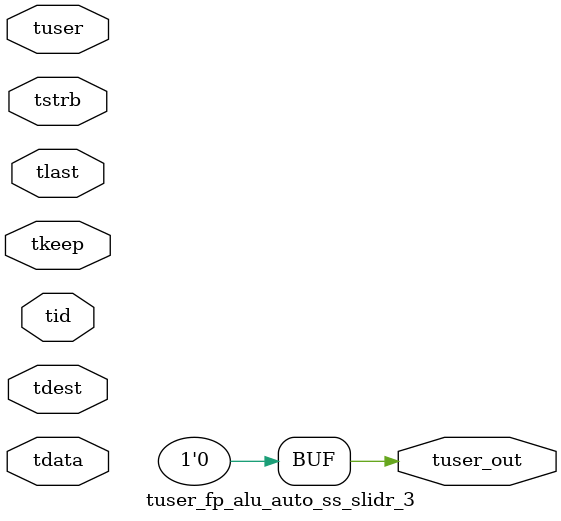
<source format=v>


`timescale 1ps/1ps

module tuser_fp_alu_auto_ss_slidr_3 #
(
parameter C_S_AXIS_TUSER_WIDTH = 1,
parameter C_S_AXIS_TDATA_WIDTH = 32,
parameter C_S_AXIS_TID_WIDTH   = 0,
parameter C_S_AXIS_TDEST_WIDTH = 0,
parameter C_M_AXIS_TUSER_WIDTH = 1
)
(
input  [(C_S_AXIS_TUSER_WIDTH == 0 ? 1 : C_S_AXIS_TUSER_WIDTH)-1:0     ] tuser,
input  [(C_S_AXIS_TDATA_WIDTH == 0 ? 1 : C_S_AXIS_TDATA_WIDTH)-1:0     ] tdata,
input  [(C_S_AXIS_TID_WIDTH   == 0 ? 1 : C_S_AXIS_TID_WIDTH)-1:0       ] tid,
input  [(C_S_AXIS_TDEST_WIDTH == 0 ? 1 : C_S_AXIS_TDEST_WIDTH)-1:0     ] tdest,
input  [(C_S_AXIS_TDATA_WIDTH/8)-1:0 ] tkeep,
input  [(C_S_AXIS_TDATA_WIDTH/8)-1:0 ] tstrb,
input                                                                    tlast,
output [C_M_AXIS_TUSER_WIDTH-1:0] tuser_out
);

assign tuser_out = {1'b0};

endmodule


</source>
